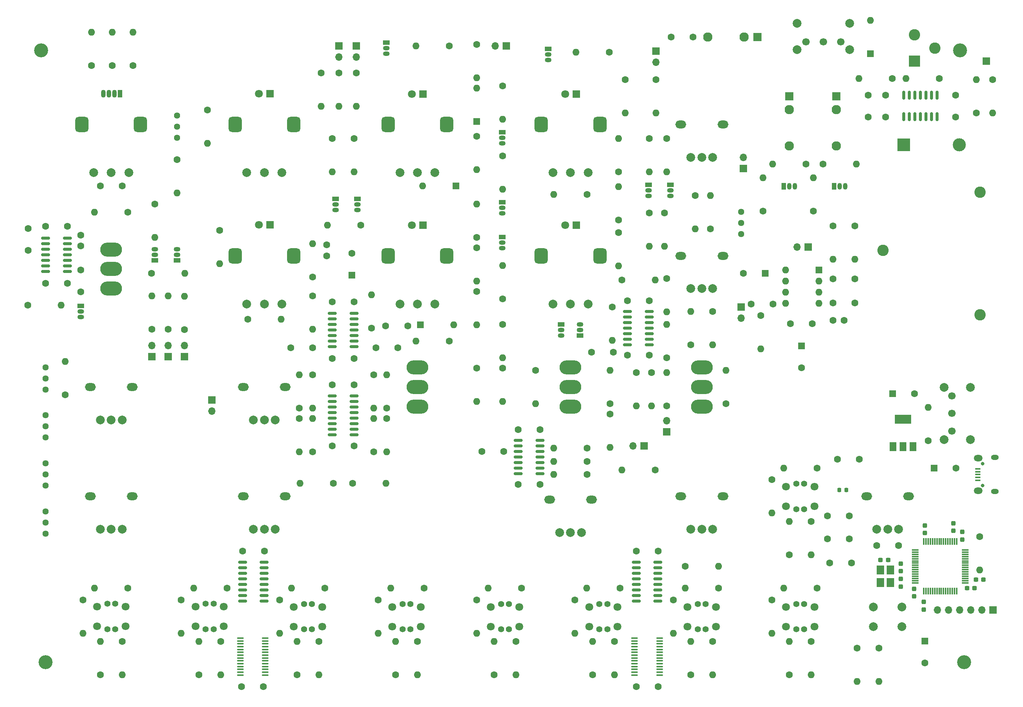
<source format=gbr>
%TF.GenerationSoftware,KiCad,Pcbnew,(6.0.7-1)-1*%
%TF.CreationDate,2022-09-14T21:26:35+02:00*%
%TF.ProjectId,LivSynth_Hardware,4c697653-796e-4746-985f-486172647761,0v01*%
%TF.SameCoordinates,Original*%
%TF.FileFunction,Soldermask,Bot*%
%TF.FilePolarity,Negative*%
%FSLAX46Y46*%
G04 Gerber Fmt 4.6, Leading zero omitted, Abs format (unit mm)*
G04 Created by KiCad (PCBNEW (6.0.7-1)-1) date 2022-09-14 21:26:35*
%MOMM*%
%LPD*%
G01*
G04 APERTURE LIST*
G04 Aperture macros list*
%AMRoundRect*
0 Rectangle with rounded corners*
0 $1 Rounding radius*
0 $2 $3 $4 $5 $6 $7 $8 $9 X,Y pos of 4 corners*
0 Add a 4 corners polygon primitive as box body*
4,1,4,$2,$3,$4,$5,$6,$7,$8,$9,$2,$3,0*
0 Add four circle primitives for the rounded corners*
1,1,$1+$1,$2,$3*
1,1,$1+$1,$4,$5*
1,1,$1+$1,$6,$7*
1,1,$1+$1,$8,$9*
0 Add four rect primitives between the rounded corners*
20,1,$1+$1,$2,$3,$4,$5,0*
20,1,$1+$1,$4,$5,$6,$7,0*
20,1,$1+$1,$6,$7,$8,$9,0*
20,1,$1+$1,$8,$9,$2,$3,0*%
G04 Aperture macros list end*
%ADD10C,1.800000*%
%ADD11C,1.400000*%
%ADD12O,5.000000X3.200000*%
%ADD13C,1.440000*%
%ADD14C,2.000000*%
%ADD15O,2.500000X1.800000*%
%ADD16RoundRect,0.750000X-0.750000X-1.000000X0.750000X-1.000000X0.750000X1.000000X-0.750000X1.000000X0*%
%ADD17R,1.830000X1.930000*%
%ADD18C,2.130000*%
%ADD19R,1.930000X1.830000*%
%ADD20C,3.200000*%
%ADD21R,1.700000X1.700000*%
%ADD22O,1.700000X1.700000*%
%ADD23RoundRect,0.237500X0.237500X-0.300000X0.237500X0.300000X-0.237500X0.300000X-0.237500X-0.300000X0*%
%ADD24C,1.600000*%
%ADD25O,1.600000X1.600000*%
%ADD26R,1.800000X1.800000*%
%ADD27RoundRect,0.150000X0.825000X0.150000X-0.825000X0.150000X-0.825000X-0.150000X0.825000X-0.150000X0*%
%ADD28R,1.050000X1.500000*%
%ADD29O,1.050000X1.500000*%
%ADD30R,1.500000X1.050000*%
%ADD31O,1.500000X1.050000*%
%ADD32C,2.600000*%
%ADD33R,3.000000X3.000000*%
%ADD34C,3.000000*%
%ADD35O,0.800000X0.800000*%
%ADD36R,1.300000X0.450000*%
%ADD37O,1.800000X1.150000*%
%ADD38O,2.000000X1.450000*%
%ADD39RoundRect,0.237500X-0.300000X-0.237500X0.300000X-0.237500X0.300000X0.237500X-0.300000X0.237500X0*%
%ADD40R,1.600000X1.600000*%
%ADD41RoundRect,0.100000X-0.637500X-0.100000X0.637500X-0.100000X0.637500X0.100000X-0.637500X0.100000X0*%
%ADD42C,1.700000*%
%ADD43RoundRect,0.237500X-0.237500X0.300000X-0.237500X-0.300000X0.237500X-0.300000X0.237500X0.300000X0*%
%ADD44R,2.600000X2.600000*%
%ADD45RoundRect,0.237500X0.300000X0.237500X-0.300000X0.237500X-0.300000X-0.237500X0.300000X-0.237500X0*%
%ADD46R,1.800000X2.100000*%
%ADD47RoundRect,0.150000X0.850000X0.150000X-0.850000X0.150000X-0.850000X-0.150000X0.850000X-0.150000X0*%
%ADD48RoundRect,0.218750X0.218750X0.256250X-0.218750X0.256250X-0.218750X-0.256250X0.218750X-0.256250X0*%
%ADD49RoundRect,0.150000X-0.150000X0.825000X-0.150000X-0.825000X0.150000X-0.825000X0.150000X0.825000X0*%
%ADD50RoundRect,0.075000X-0.700000X-0.075000X0.700000X-0.075000X0.700000X0.075000X-0.700000X0.075000X0*%
%ADD51RoundRect,0.075000X-0.075000X-0.700000X0.075000X-0.700000X0.075000X0.700000X-0.075000X0.700000X0*%
%ADD52R,1.070000X1.800000*%
%ADD53O,1.070000X1.800000*%
%ADD54R,1.500000X2.000000*%
%ADD55R,3.800000X2.000000*%
G04 APERTURE END LIST*
D10*
%TO.C,RGB_Pot5*%
X191750000Y-205250000D03*
X198250000Y-205250000D03*
X191750000Y-209750000D03*
X198250000Y-209750000D03*
D11*
X194100000Y-204600000D03*
X195900000Y-204600000D03*
X195900000Y-210400000D03*
X194100000Y-210400000D03*
%TD*%
D12*
%TO.C,SW2*%
X175000000Y-159450000D03*
X175000000Y-155000000D03*
X175000000Y-150550000D03*
%TD*%
D10*
%TO.C,RGB_Pot4*%
X169250000Y-205250000D03*
X175750000Y-205250000D03*
X169250000Y-209750000D03*
X175750000Y-209750000D03*
D11*
X171600000Y-204600000D03*
X173400000Y-204600000D03*
X173400000Y-210400000D03*
X171600000Y-210400000D03*
%TD*%
D13*
%TO.C,RV14*%
X90000000Y-183450000D03*
X90000000Y-185990000D03*
X90000000Y-188530000D03*
%TD*%
D10*
%TO.C,RGB_Pot2*%
X124250000Y-205178932D03*
X130750000Y-205178932D03*
X124250000Y-209678932D03*
X130750000Y-209678932D03*
D11*
X126600000Y-204528932D03*
X128400000Y-204528932D03*
X128400000Y-210328932D03*
X126600000Y-210328932D03*
%TD*%
D14*
%TO.C,SW7*%
X279250000Y-205250000D03*
X285750000Y-205250000D03*
X279250000Y-209750000D03*
X285750000Y-209750000D03*
%TD*%
D13*
%TO.C,RV13*%
X90000000Y-172450000D03*
X90000000Y-174990000D03*
X90000000Y-177530000D03*
%TD*%
D14*
%TO.C,RV6*%
X237500000Y-187500000D03*
X240000000Y-187500000D03*
X242500000Y-187500000D03*
D15*
X235200000Y-180000000D03*
X244800000Y-180000000D03*
%TD*%
D14*
%TO.C,RV8*%
X137500000Y-187500000D03*
X140000000Y-187500000D03*
X142500000Y-187500000D03*
D15*
X135200000Y-180000000D03*
X144800000Y-180000000D03*
%TD*%
D14*
%TO.C,RV7*%
X102500000Y-162500000D03*
X105000000Y-162500000D03*
X107500000Y-162500000D03*
D15*
X100200000Y-155000000D03*
X109800000Y-155000000D03*
%TD*%
D13*
%TO.C,RV12*%
X90000000Y-161450000D03*
X90000000Y-163990000D03*
X90000000Y-166530000D03*
%TD*%
D14*
%TO.C,RV5*%
X206000000Y-106000000D03*
X210000000Y-106000000D03*
X214000000Y-106000000D03*
D16*
X203300000Y-95000000D03*
X216700000Y-95000000D03*
%TD*%
D14*
%TO.C,RV22*%
X137500000Y-162500000D03*
X140000000Y-162500000D03*
X142500000Y-162500000D03*
D15*
X135200000Y-155000000D03*
X144800000Y-155000000D03*
%TD*%
D14*
%TO.C,RV19*%
X237500000Y-102500000D03*
X240000000Y-102500000D03*
X242500000Y-102500000D03*
D15*
X235200000Y-95000000D03*
X244800000Y-95000000D03*
%TD*%
D14*
%TO.C,RV3*%
X171000000Y-106000000D03*
X175000000Y-106000000D03*
X179000000Y-106000000D03*
D16*
X168300000Y-95000000D03*
X181700000Y-95000000D03*
%TD*%
D12*
%TO.C,SW3*%
X240000000Y-159450000D03*
X240000000Y-155000000D03*
X240000000Y-150550000D03*
%TD*%
D14*
%TO.C,RV18*%
X237500000Y-132500000D03*
X240000000Y-132500000D03*
X242500000Y-132500000D03*
D15*
X235200000Y-125000000D03*
X244800000Y-125000000D03*
%TD*%
D12*
%TO.C,SW5*%
X210000000Y-150550000D03*
X210000000Y-155000000D03*
X210000000Y-159450000D03*
%TD*%
D13*
%TO.C,RV17*%
X249000000Y-114950000D03*
X249000000Y-117490000D03*
X249000000Y-120030000D03*
%TD*%
D14*
%TO.C,RV9*%
X102500000Y-187500000D03*
X105000000Y-187500000D03*
X107500000Y-187500000D03*
D15*
X100200000Y-180000000D03*
X109800000Y-180000000D03*
%TD*%
D14*
%TO.C,RV21*%
X280000000Y-187500000D03*
X282500000Y-187500000D03*
X285000000Y-187500000D03*
D15*
X277700000Y-180000000D03*
X287300000Y-180000000D03*
%TD*%
D14*
%TO.C,RV16*%
X136000000Y-136000000D03*
X140000000Y-136000000D03*
X144000000Y-136000000D03*
D16*
X133300000Y-125000000D03*
X146700000Y-125000000D03*
%TD*%
D14*
%TO.C,RV2*%
X171000000Y-136000000D03*
X175000000Y-136000000D03*
X179000000Y-136000000D03*
D16*
X168300000Y-125000000D03*
X181700000Y-125000000D03*
%TD*%
D14*
%TO.C,RV20*%
X101000000Y-106000000D03*
X105000000Y-106000000D03*
X109000000Y-106000000D03*
D16*
X98300000Y-95000000D03*
X111700000Y-95000000D03*
%TD*%
D17*
%TO.C,J14*%
X252729540Y-75000000D03*
D18*
X249629540Y-75000000D03*
X241329540Y-75000000D03*
%TD*%
D10*
%TO.C,RGB_Pot7*%
X236750000Y-205250000D03*
X243250000Y-205250000D03*
X236750000Y-209750000D03*
X243250000Y-209750000D03*
D11*
X239100000Y-204600000D03*
X240900000Y-204600000D03*
X240900000Y-210400000D03*
X239100000Y-210400000D03*
%TD*%
D19*
%TO.C,J18*%
X260000000Y-88520460D03*
D18*
X260000000Y-91620460D03*
X260000000Y-99920460D03*
%TD*%
D20*
%TO.C,H2*%
X299000000Y-78015000D03*
%TD*%
D19*
%TO.C,J19*%
X270750000Y-88520460D03*
D18*
X270750000Y-91620460D03*
X270750000Y-99920460D03*
%TD*%
D10*
%TO.C,RGB_Pot9*%
X259250000Y-177750000D03*
X265750000Y-177750000D03*
X259250000Y-182250000D03*
X265750000Y-182250000D03*
D11*
X261600000Y-177100000D03*
X263400000Y-177100000D03*
X263400000Y-182900000D03*
X261600000Y-182900000D03*
%TD*%
D14*
%TO.C,RV15*%
X136000000Y-106000000D03*
X140000000Y-106000000D03*
X144000000Y-106000000D03*
D16*
X133300000Y-95000000D03*
X146700000Y-95000000D03*
%TD*%
D13*
%TO.C,RV10*%
X120000000Y-92935000D03*
X120000000Y-95475000D03*
X120000000Y-98015000D03*
%TD*%
D14*
%TO.C,RV1*%
X207500000Y-188250000D03*
X210000000Y-188250000D03*
X212500000Y-188250000D03*
D15*
X205200000Y-180750000D03*
X214800000Y-180750000D03*
%TD*%
D20*
%TO.C,H1*%
X89000000Y-78015000D03*
%TD*%
D10*
%TO.C,RGB_Pot8*%
X259250000Y-205250000D03*
X265750000Y-205250000D03*
X259250000Y-209750000D03*
X265750000Y-209750000D03*
D11*
X261600000Y-204600000D03*
X263400000Y-204600000D03*
X263400000Y-210400000D03*
X261600000Y-210400000D03*
%TD*%
D14*
%TO.C,RV4*%
X206000000Y-136000000D03*
X210000000Y-136000000D03*
X214000000Y-136000000D03*
D16*
X203300000Y-125000000D03*
X216700000Y-125000000D03*
%TD*%
D21*
%TO.C,J15*%
X249000000Y-136725000D03*
D22*
X249000000Y-139265000D03*
%TD*%
D10*
%TO.C,RGB_Pot3*%
X146750000Y-205250000D03*
X153250000Y-205250000D03*
X146750000Y-209750000D03*
X153250000Y-209750000D03*
D11*
X149100000Y-204600000D03*
X150900000Y-204600000D03*
X150900000Y-210400000D03*
X149100000Y-210400000D03*
%TD*%
D10*
%TO.C,RGB_Pot1*%
X101750000Y-205178932D03*
X108250000Y-205178932D03*
X101750000Y-209678932D03*
X108250000Y-209678932D03*
D11*
X104100000Y-204528932D03*
X105900000Y-204528932D03*
X105900000Y-210328932D03*
X104100000Y-210328932D03*
%TD*%
D13*
%TO.C,RV11*%
X90000000Y-150470000D03*
X90000000Y-153010000D03*
X90000000Y-155550000D03*
%TD*%
D20*
%TO.C,H4*%
X300000000Y-217928932D03*
%TD*%
D12*
%TO.C,SW6*%
X105000000Y-132465000D03*
X105000000Y-128015000D03*
X105000000Y-123565000D03*
%TD*%
D20*
%TO.C,H3*%
X90000000Y-217928932D03*
%TD*%
D10*
%TO.C,RGB_Pot6*%
X214250000Y-205250000D03*
X220750000Y-205250000D03*
X214250000Y-209750000D03*
X220750000Y-209750000D03*
D11*
X216600000Y-204600000D03*
X218400000Y-204600000D03*
X218400000Y-210400000D03*
X216600000Y-210400000D03*
%TD*%
D23*
%TO.C,C23*%
X291000000Y-188362500D03*
X291000000Y-186637500D03*
%TD*%
D24*
%TO.C,R68*%
X225000000Y-151690000D03*
D25*
X225000000Y-159310000D03*
%TD*%
D26*
%TO.C,D8*%
X141275000Y-117950000D03*
D10*
X138735000Y-117950000D03*
%TD*%
D24*
%TO.C,R53*%
X165000000Y-169810000D03*
D25*
X165000000Y-162190000D03*
%TD*%
D24*
%TO.C,C55*%
X285000000Y-191200000D03*
X280000000Y-191200000D03*
%TD*%
%TO.C,R44*%
X148000000Y-162190000D03*
D25*
X148000000Y-169810000D03*
%TD*%
D21*
%TO.C,J17*%
X264275000Y-123000000D03*
D22*
X261735000Y-123000000D03*
%TD*%
D24*
%TO.C,R6*%
X213810000Y-175000000D03*
D25*
X206190000Y-175000000D03*
%TD*%
D24*
%TO.C,C1*%
X282000000Y-88250000D03*
X282000000Y-93250000D03*
%TD*%
%TO.C,R30*%
X221000000Y-116810000D03*
D25*
X221000000Y-109190000D03*
%TD*%
D24*
%TO.C,R87*%
X143500000Y-203690000D03*
D25*
X143500000Y-211310000D03*
%TD*%
D24*
%TO.C,R71*%
X231500000Y-115190000D03*
D25*
X231500000Y-122810000D03*
%TD*%
D24*
%TO.C,R89*%
X102500000Y-220810000D03*
D25*
X102500000Y-213190000D03*
%TD*%
D24*
%TO.C,R83*%
X275000000Y-118190000D03*
D25*
X275000000Y-125810000D03*
%TD*%
D24*
%TO.C,R64*%
X232000000Y-98190000D03*
D25*
X232000000Y-105810000D03*
%TD*%
D24*
%TO.C,C43*%
X225000000Y-223500000D03*
X230000000Y-223500000D03*
%TD*%
D27*
%TO.C,U4*%
X94975000Y-120940000D03*
X94975000Y-122210000D03*
X94975000Y-123480000D03*
X94975000Y-124750000D03*
X94975000Y-126020000D03*
X94975000Y-127290000D03*
X94975000Y-128560000D03*
X90025000Y-128560000D03*
X90025000Y-127290000D03*
X90025000Y-126020000D03*
X90025000Y-124750000D03*
X90025000Y-123480000D03*
X90025000Y-122210000D03*
X90025000Y-120940000D03*
%TD*%
D24*
%TO.C,C12*%
X160500000Y-168500000D03*
X155500000Y-168500000D03*
%TD*%
%TO.C,R91*%
X147500000Y-220810000D03*
D25*
X147500000Y-213190000D03*
%TD*%
D28*
%TO.C,Q16*%
X270230000Y-109140000D03*
D29*
X271500000Y-109140000D03*
X272770000Y-109140000D03*
%TD*%
D24*
%TO.C,R70*%
X229500000Y-84690000D03*
D25*
X229500000Y-92310000D03*
%TD*%
D24*
%TO.C,C49*%
X275000000Y-130250000D03*
X270000000Y-130250000D03*
%TD*%
%TO.C,R97*%
X131500000Y-201000000D03*
D25*
X123880000Y-201000000D03*
%TD*%
D24*
%TO.C,R129*%
X100500000Y-81500000D03*
D25*
X100500000Y-73880000D03*
%TD*%
D24*
%TO.C,R26*%
X219000000Y-161190000D03*
D25*
X219000000Y-168810000D03*
%TD*%
D24*
%TO.C,R124*%
X254000000Y-114810000D03*
D25*
X254000000Y-107190000D03*
%TD*%
D24*
%TO.C,R117*%
X198810000Y-201000000D03*
D25*
X191190000Y-201000000D03*
%TD*%
D24*
%TO.C,R114*%
X265000000Y-185690000D03*
D25*
X265000000Y-193310000D03*
%TD*%
D30*
%TO.C,Q9*%
X115000000Y-126000000D03*
D31*
X115000000Y-124730000D03*
X115000000Y-123460000D03*
%TD*%
D24*
%TO.C,R74*%
X228000000Y-115190000D03*
D25*
X228000000Y-122810000D03*
%TD*%
D24*
%TO.C,R113*%
X266310000Y-201000000D03*
D25*
X258690000Y-201000000D03*
%TD*%
D24*
%TO.C,R3*%
X302750000Y-92310000D03*
D25*
X302750000Y-84690000D03*
%TD*%
D32*
%TO.C,BT1*%
X303600000Y-138500000D03*
X281400000Y-123750000D03*
X303600000Y-110500000D03*
D33*
X286150000Y-99600000D03*
D34*
X298850000Y-99600000D03*
%TD*%
D24*
%TO.C,R62*%
X129750000Y-119190000D03*
D25*
X129750000Y-126810000D03*
%TD*%
D30*
%TO.C,Q13*%
X232860000Y-108730000D03*
D31*
X232860000Y-110000000D03*
X232860000Y-111270000D03*
%TD*%
D24*
%TO.C,R92*%
X170000000Y-220810000D03*
D25*
X170000000Y-213190000D03*
%TD*%
D24*
%TO.C,C42*%
X139750000Y-223500000D03*
X134750000Y-223500000D03*
%TD*%
%TO.C,R79*%
X242500000Y-137690000D03*
D25*
X242500000Y-145310000D03*
%TD*%
D27*
%TO.C,U18*%
X139975000Y-195055000D03*
X139975000Y-196325000D03*
X139975000Y-197595000D03*
X139975000Y-198865000D03*
X139975000Y-200135000D03*
X139975000Y-201405000D03*
X139975000Y-202675000D03*
X139975000Y-203945000D03*
X135025000Y-203945000D03*
X135025000Y-202675000D03*
X135025000Y-201405000D03*
X135025000Y-200135000D03*
X135025000Y-198865000D03*
X135025000Y-197595000D03*
X135025000Y-196325000D03*
X135025000Y-195055000D03*
%TD*%
D24*
%TO.C,R16*%
X194500000Y-140690000D03*
D25*
X194500000Y-148310000D03*
%TD*%
D24*
%TO.C,R98*%
X152500000Y-213190000D03*
D25*
X152500000Y-220810000D03*
%TD*%
D24*
%TO.C,C8*%
X203000000Y-177250000D03*
X198000000Y-177250000D03*
%TD*%
%TO.C,R107*%
X260000000Y-220810000D03*
D25*
X260000000Y-213190000D03*
%TD*%
D24*
%TO.C,R104*%
X188500000Y-203690000D03*
D25*
X188500000Y-211310000D03*
%TD*%
D24*
%TO.C,R82*%
X270000000Y-118190000D03*
D25*
X270000000Y-125810000D03*
%TD*%
D35*
%TO.C,J3*%
X304200000Y-172500000D03*
X304200000Y-177500000D03*
D36*
X303100000Y-173700000D03*
X303100000Y-174350000D03*
X303100000Y-175000000D03*
X303100000Y-175650000D03*
X303100000Y-176300000D03*
D37*
X306950000Y-178875000D03*
X306950000Y-171125000D03*
D38*
X303150000Y-178725000D03*
X303150000Y-171275000D03*
%TD*%
D30*
%TO.C,Q10*%
X120000000Y-126000000D03*
D31*
X120000000Y-124730000D03*
X120000000Y-123460000D03*
%TD*%
D21*
%TO.C,J13*%
X249500000Y-105025000D03*
D22*
X249500000Y-102485000D03*
%TD*%
D24*
%TO.C,R110*%
X215000000Y-220810000D03*
D25*
X215000000Y-213190000D03*
%TD*%
D24*
%TO.C,R46*%
X168000000Y-162190000D03*
D25*
X168000000Y-169810000D03*
%TD*%
D39*
%TO.C,C21*%
X300637500Y-201000000D03*
X302362500Y-201000000D03*
%TD*%
D24*
%TO.C,R105*%
X211000000Y-203690000D03*
D25*
X211000000Y-211310000D03*
%TD*%
D24*
%TO.C,R122*%
X263810000Y-104000000D03*
D25*
X256190000Y-104000000D03*
%TD*%
D21*
%TO.C,J20*%
X157000000Y-77000000D03*
D22*
X157000000Y-79540000D03*
%TD*%
D40*
%TO.C,D3*%
X183810000Y-109000000D03*
D25*
X176190000Y-109000000D03*
%TD*%
D24*
%TO.C,R76*%
X245500000Y-158810000D03*
D25*
X245500000Y-151190000D03*
%TD*%
D24*
%TO.C,R65*%
X228000000Y-98190000D03*
D25*
X228000000Y-105810000D03*
%TD*%
D39*
%TO.C,C28*%
X302637500Y-199000000D03*
X304362500Y-199000000D03*
%TD*%
D40*
%TO.C,C39*%
X160000000Y-129402651D03*
D24*
X160000000Y-124402651D03*
%TD*%
%TO.C,C46*%
X233000000Y-75000000D03*
X238000000Y-75000000D03*
%TD*%
%TO.C,R75*%
X232000000Y-159310000D03*
D25*
X232000000Y-151690000D03*
%TD*%
D24*
%TO.C,R33*%
X121750000Y-141835000D03*
D25*
X121750000Y-134215000D03*
%TD*%
D30*
%TO.C,Q12*%
X161250000Y-112000000D03*
D31*
X161250000Y-113270000D03*
X161250000Y-114540000D03*
%TD*%
D21*
%TO.C,J7*%
X118000000Y-148025000D03*
D22*
X118000000Y-145485000D03*
%TD*%
D24*
%TO.C,R28*%
X219000000Y-158810000D03*
D25*
X219000000Y-151190000D03*
%TD*%
D24*
%TO.C,C2*%
X228000000Y-135250000D03*
X223000000Y-135250000D03*
%TD*%
%TO.C,R39*%
X108810000Y-115000000D03*
D25*
X101190000Y-115000000D03*
%TD*%
D24*
%TO.C,C10*%
X160500000Y-148500000D03*
X155500000Y-148500000D03*
%TD*%
%TO.C,R125*%
X265500000Y-114810000D03*
D25*
X265500000Y-107190000D03*
%TD*%
D24*
%TO.C,R18*%
X182310000Y-144500000D03*
D25*
X174690000Y-144500000D03*
%TD*%
D24*
%TO.C,R96*%
X130000000Y-213190000D03*
D25*
X130000000Y-220810000D03*
%TD*%
D21*
%TO.C,J6*%
X121750000Y-148025000D03*
D22*
X121750000Y-145485000D03*
%TD*%
D24*
%TO.C,C45*%
X225000000Y-192500000D03*
X230000000Y-192500000D03*
%TD*%
D21*
%TO.C,J2*%
X306580000Y-206000000D03*
D22*
X304040000Y-206000000D03*
X301500000Y-206000000D03*
X298960000Y-206000000D03*
X296420000Y-206000000D03*
X293880000Y-206000000D03*
%TD*%
D41*
%TO.C,U17*%
X224637500Y-220850000D03*
X224637500Y-220200000D03*
X224637500Y-219550000D03*
X224637500Y-218900000D03*
X224637500Y-218250000D03*
X224637500Y-217600000D03*
X224637500Y-216950000D03*
X224637500Y-216300000D03*
X224637500Y-215650000D03*
X224637500Y-215000000D03*
X224637500Y-214350000D03*
X224637500Y-213700000D03*
X224637500Y-213050000D03*
X224637500Y-212400000D03*
X230362500Y-212400000D03*
X230362500Y-213050000D03*
X230362500Y-213700000D03*
X230362500Y-214350000D03*
X230362500Y-215000000D03*
X230362500Y-215650000D03*
X230362500Y-216300000D03*
X230362500Y-216950000D03*
X230362500Y-217600000D03*
X230362500Y-218250000D03*
X230362500Y-218900000D03*
X230362500Y-219550000D03*
X230362500Y-220200000D03*
X230362500Y-220850000D03*
%TD*%
%TO.C,U16*%
X134500000Y-220850000D03*
X134500000Y-220200000D03*
X134500000Y-219550000D03*
X134500000Y-218900000D03*
X134500000Y-218250000D03*
X134500000Y-217600000D03*
X134500000Y-216950000D03*
X134500000Y-216300000D03*
X134500000Y-215650000D03*
X134500000Y-215000000D03*
X134500000Y-214350000D03*
X134500000Y-213700000D03*
X134500000Y-213050000D03*
X134500000Y-212400000D03*
X140225000Y-212400000D03*
X140225000Y-213050000D03*
X140225000Y-213700000D03*
X140225000Y-214350000D03*
X140225000Y-215000000D03*
X140225000Y-215650000D03*
X140225000Y-216300000D03*
X140225000Y-216950000D03*
X140225000Y-217600000D03*
X140225000Y-218250000D03*
X140225000Y-218900000D03*
X140225000Y-219550000D03*
X140225000Y-220200000D03*
X140225000Y-220850000D03*
%TD*%
D24*
%TO.C,C9*%
X95000000Y-131250000D03*
X90000000Y-131250000D03*
%TD*%
D14*
%TO.C,SW1*%
X301417500Y-167042500D03*
X301417500Y-155042500D03*
X295417500Y-167042500D03*
X295417500Y-155042500D03*
D42*
X297167500Y-157042500D03*
X297167500Y-161042500D03*
X297167500Y-165042500D03*
%TD*%
D24*
%TO.C,R56*%
X155500000Y-98190000D03*
D25*
X155500000Y-105810000D03*
%TD*%
D40*
%TO.C,C14*%
X283597349Y-156500000D03*
D24*
X288597349Y-156500000D03*
%TD*%
D27*
%TO.C,U2*%
X227975000Y-137690000D03*
X227975000Y-138960000D03*
X227975000Y-140230000D03*
X227975000Y-141500000D03*
X227975000Y-142770000D03*
X227975000Y-144040000D03*
X227975000Y-145310000D03*
X223025000Y-145310000D03*
X223025000Y-144040000D03*
X223025000Y-142770000D03*
X223025000Y-141500000D03*
X223025000Y-140230000D03*
X223025000Y-138960000D03*
X223025000Y-137690000D03*
%TD*%
D24*
%TO.C,R99*%
X153810000Y-201000000D03*
D25*
X146190000Y-201000000D03*
%TD*%
D27*
%TO.C,U19*%
X229975000Y-195055000D03*
X229975000Y-196325000D03*
X229975000Y-197595000D03*
X229975000Y-198865000D03*
X229975000Y-200135000D03*
X229975000Y-201405000D03*
X229975000Y-202675000D03*
X229975000Y-203945000D03*
X225025000Y-203945000D03*
X225025000Y-202675000D03*
X225025000Y-201405000D03*
X225025000Y-200135000D03*
X225025000Y-198865000D03*
X225025000Y-197595000D03*
X225025000Y-196325000D03*
X225025000Y-195055000D03*
%TD*%
D43*
%TO.C,C29*%
X285450000Y-198887500D03*
X285450000Y-200612500D03*
%TD*%
D30*
%TO.C,Q3*%
X194360000Y-120730000D03*
D31*
X194360000Y-122000000D03*
X194360000Y-123270000D03*
%TD*%
D40*
%TO.C,C50*%
X262750000Y-145597349D03*
D24*
X262750000Y-150597349D03*
%TD*%
%TO.C,R108*%
X260000000Y-193310000D03*
D25*
X260000000Y-185690000D03*
%TD*%
D44*
%TO.C,J1*%
X288600000Y-80515000D03*
D32*
X288600000Y-74515000D03*
X293300000Y-77515000D03*
%TD*%
D24*
%TO.C,R25*%
X202000000Y-151190000D03*
D25*
X202000000Y-158810000D03*
%TD*%
D45*
%TO.C,C26*%
X282562500Y-194500000D03*
X280837500Y-194500000D03*
%TD*%
D24*
%TO.C,C34*%
X86000000Y-123750000D03*
X86000000Y-118750000D03*
%TD*%
%TO.C,R31*%
X213810000Y-111000000D03*
D25*
X206190000Y-111000000D03*
%TD*%
D24*
%TO.C,R60*%
X127000000Y-91690000D03*
D25*
X127000000Y-99310000D03*
%TD*%
D24*
%TO.C,R14*%
X194500000Y-134810000D03*
D25*
X194500000Y-127190000D03*
%TD*%
D30*
%TO.C,Q2*%
X194360000Y-112730000D03*
D31*
X194360000Y-114000000D03*
X194360000Y-115270000D03*
%TD*%
D30*
%TO.C,Q14*%
X227860000Y-108730000D03*
D31*
X227860000Y-110000000D03*
X227860000Y-111270000D03*
%TD*%
D24*
%TO.C,C19*%
X274250000Y-195250000D03*
X269250000Y-195250000D03*
%TD*%
%TO.C,R126*%
X157000000Y-83190000D03*
D25*
X157000000Y-90810000D03*
%TD*%
D24*
%TO.C,R29*%
X221690000Y-130500000D03*
D25*
X229310000Y-130500000D03*
%TD*%
D24*
%TO.C,R61*%
X136190000Y-139500000D03*
D25*
X143810000Y-139500000D03*
%TD*%
D46*
%TO.C,Y1*%
X280800000Y-199700000D03*
X280800000Y-196800000D03*
X283100000Y-196800000D03*
X283100000Y-199700000D03*
%TD*%
D24*
%TO.C,C51*%
X256250000Y-136000000D03*
X251250000Y-136000000D03*
%TD*%
D27*
%TO.C,U3*%
X202975000Y-167190000D03*
X202975000Y-168460000D03*
X202975000Y-169730000D03*
X202975000Y-171000000D03*
X202975000Y-172270000D03*
X202975000Y-173540000D03*
X202975000Y-174810000D03*
X198025000Y-174810000D03*
X198025000Y-173540000D03*
X198025000Y-172270000D03*
X198025000Y-171000000D03*
X198025000Y-169730000D03*
X198025000Y-168460000D03*
X198025000Y-167190000D03*
%TD*%
D47*
%TO.C,U6*%
X160500000Y-157055000D03*
X160500000Y-158325000D03*
X160500000Y-159595000D03*
X160500000Y-160865000D03*
X160500000Y-162135000D03*
X160500000Y-163405000D03*
X160500000Y-164675000D03*
X160500000Y-165945000D03*
X155500000Y-165945000D03*
X155500000Y-164675000D03*
X155500000Y-163405000D03*
X155500000Y-162135000D03*
X155500000Y-160865000D03*
X155500000Y-159595000D03*
X155500000Y-158325000D03*
X155500000Y-157055000D03*
%TD*%
D26*
%TO.C,D7*%
X141275000Y-87950000D03*
D10*
X138735000Y-87950000D03*
%TD*%
D30*
%TO.C,Q11*%
X156250000Y-112000000D03*
D31*
X156250000Y-113270000D03*
X156250000Y-114540000D03*
%TD*%
D24*
%TO.C,R4*%
X294310000Y-84500000D03*
D25*
X286690000Y-84500000D03*
%TD*%
D24*
%TO.C,R32*%
X221000000Y-119690000D03*
D25*
X221000000Y-127310000D03*
%TD*%
D24*
%TO.C,C53*%
X275000000Y-135750000D03*
X270000000Y-135750000D03*
%TD*%
D23*
%TO.C,C30*%
X285450000Y-197112500D03*
X285450000Y-195387500D03*
%TD*%
D24*
%TO.C,C31*%
X194750000Y-169750000D03*
X189750000Y-169750000D03*
%TD*%
D40*
%TO.C,C20*%
X291000000Y-213097349D03*
D24*
X291000000Y-218097349D03*
%TD*%
%TO.C,R54*%
X160190000Y-177000000D03*
D25*
X167810000Y-177000000D03*
%TD*%
D30*
%TO.C,Q4*%
X194360000Y-96730000D03*
D31*
X194360000Y-98000000D03*
X194360000Y-99270000D03*
%TD*%
D24*
%TO.C,R63*%
X232000000Y-148310000D03*
D25*
X232000000Y-140690000D03*
%TD*%
D21*
%TO.C,J9*%
X128000000Y-158000000D03*
D22*
X128000000Y-160540000D03*
%TD*%
D24*
%TO.C,R34*%
X115000000Y-113190000D03*
D25*
X115000000Y-120810000D03*
%TD*%
D24*
%TO.C,R10*%
X182310000Y-77000000D03*
D25*
X174690000Y-77000000D03*
%TD*%
D24*
%TO.C,R12*%
X194500000Y-86190000D03*
D25*
X194500000Y-93810000D03*
%TD*%
D24*
%TO.C,C40*%
X151000000Y-146000000D03*
X146000000Y-146000000D03*
%TD*%
%TO.C,C47*%
X260250000Y-140500000D03*
X265250000Y-140500000D03*
%TD*%
%TO.C,R123*%
X267690000Y-104000000D03*
D25*
X275310000Y-104000000D03*
%TD*%
D24*
%TO.C,R15*%
X194500000Y-102190000D03*
D25*
X194500000Y-109810000D03*
%TD*%
D24*
%TO.C,R109*%
X192500000Y-220810000D03*
D25*
X192500000Y-213190000D03*
%TD*%
D24*
%TO.C,R101*%
X176500000Y-201000000D03*
D25*
X168880000Y-201000000D03*
%TD*%
D26*
%TO.C,D9*%
X211275000Y-118000000D03*
D10*
X208735000Y-118000000D03*
%TD*%
D24*
%TO.C,C44*%
X135000000Y-192500000D03*
X140000000Y-192500000D03*
%TD*%
D26*
%TO.C,D2*%
X176275000Y-118000000D03*
D10*
X173735000Y-118000000D03*
%TD*%
D24*
%TO.C,R19*%
X188500000Y-97690000D03*
D25*
X188500000Y-105310000D03*
%TD*%
D24*
%TO.C,R77*%
X237500000Y-145310000D03*
D25*
X237500000Y-137690000D03*
%TD*%
D24*
%TO.C,C36*%
X98000000Y-122750000D03*
X98000000Y-120250000D03*
%TD*%
%TO.C,C17*%
X273750000Y-184500000D03*
X268750000Y-184500000D03*
%TD*%
%TO.C,R51*%
X151000000Y-169810000D03*
D25*
X151000000Y-162190000D03*
%TD*%
D21*
%TO.C,J5*%
X195275000Y-77000000D03*
D22*
X192735000Y-77000000D03*
%TD*%
D24*
%TO.C,R5*%
X303500000Y-189190000D03*
D25*
X303500000Y-196810000D03*
%TD*%
D24*
%TO.C,R49*%
X151000000Y-152190000D03*
D25*
X151000000Y-159810000D03*
%TD*%
D24*
%TO.C,R90*%
X125000000Y-220810000D03*
D25*
X125000000Y-213190000D03*
%TD*%
D23*
%TO.C,C27*%
X297500000Y-187862500D03*
X297500000Y-186137500D03*
%TD*%
D24*
%TO.C,TH1*%
X114190000Y-129000000D03*
D25*
X121810000Y-129000000D03*
%TD*%
D24*
%TO.C,R80*%
X280500000Y-214690000D03*
D25*
X280500000Y-222310000D03*
%TD*%
D24*
%TO.C,R103*%
X256000000Y-176190000D03*
D25*
X256000000Y-183810000D03*
%TD*%
D24*
%TO.C,R20*%
X188500000Y-123190000D03*
D25*
X188500000Y-130810000D03*
%TD*%
D24*
%TO.C,R94*%
X107500000Y-213190000D03*
D25*
X107500000Y-220810000D03*
%TD*%
D24*
%TO.C,C35*%
X98000000Y-133250000D03*
X98000000Y-128250000D03*
%TD*%
%TO.C,C11*%
X155500000Y-154500000D03*
X160500000Y-154500000D03*
%TD*%
%TO.C,C41*%
X170500000Y-146000000D03*
X165500000Y-146000000D03*
%TD*%
D23*
%TO.C,C25*%
X299500000Y-189862500D03*
X299500000Y-188137500D03*
%TD*%
D21*
%TO.C,J12*%
X232000000Y-165275000D03*
D22*
X232000000Y-162735000D03*
%TD*%
D24*
%TO.C,R106*%
X233500000Y-203690000D03*
D25*
X233500000Y-211310000D03*
%TD*%
D24*
%TO.C,R57*%
X164500000Y-141560000D03*
D25*
X164500000Y-133940000D03*
%TD*%
D26*
%TO.C,D10*%
X176275000Y-88000000D03*
D10*
X173735000Y-88000000D03*
%TD*%
D24*
%TO.C,R24*%
X218810000Y-78500000D03*
D25*
X211190000Y-78500000D03*
%TD*%
D24*
%TO.C,R17*%
X188500000Y-76690000D03*
D25*
X188500000Y-84310000D03*
%TD*%
D24*
%TO.C,R23*%
X194500000Y-150690000D03*
D25*
X194500000Y-158310000D03*
%TD*%
D24*
%TO.C,C13*%
X298000000Y-93250000D03*
X298000000Y-88250000D03*
%TD*%
%TO.C,R67*%
X242000000Y-118810000D03*
D25*
X242000000Y-111190000D03*
%TD*%
D40*
%TO.C,C48*%
X254500000Y-129000000D03*
D24*
X249500000Y-129000000D03*
%TD*%
%TO.C,R127*%
X110000000Y-81500000D03*
D25*
X110000000Y-73880000D03*
%TD*%
D24*
%TO.C,R8*%
X213810000Y-169000000D03*
D25*
X206190000Y-169000000D03*
%TD*%
D24*
%TO.C,R38*%
X120000000Y-103000000D03*
D25*
X120000000Y-110620000D03*
%TD*%
D21*
%TO.C,TP1*%
X305000000Y-80500000D03*
%TD*%
D48*
%TO.C,FB1*%
X273037500Y-178500000D03*
X271462500Y-178500000D03*
%TD*%
D24*
%TO.C,R47*%
X161000000Y-83190000D03*
D25*
X161000000Y-90810000D03*
%TD*%
D24*
%TO.C,R84*%
X253500000Y-138690000D03*
D25*
X253500000Y-146310000D03*
%TD*%
D24*
%TO.C,R1*%
X306500000Y-84690000D03*
D25*
X306500000Y-92310000D03*
%TD*%
D28*
%TO.C,Q15*%
X258730000Y-109140000D03*
D29*
X260000000Y-109140000D03*
X261270000Y-109140000D03*
%TD*%
D24*
%TO.C,C18*%
X273750000Y-189750000D03*
X268750000Y-189750000D03*
%TD*%
D43*
%TO.C,C22*%
X290750000Y-204137500D03*
X290750000Y-205862500D03*
%TD*%
D49*
%TO.C,U1*%
X286190000Y-88275000D03*
X287460000Y-88275000D03*
X288730000Y-88275000D03*
X290000000Y-88275000D03*
X291270000Y-88275000D03*
X292540000Y-88275000D03*
X293810000Y-88275000D03*
X293810000Y-93225000D03*
X292540000Y-93225000D03*
X291270000Y-93225000D03*
X290000000Y-93225000D03*
X288730000Y-93225000D03*
X287460000Y-93225000D03*
X286190000Y-93225000D03*
%TD*%
D24*
%TO.C,C33*%
X214750000Y-147000000D03*
X219750000Y-147000000D03*
%TD*%
%TO.C,R43*%
X148000000Y-159810000D03*
D25*
X148000000Y-152190000D03*
%TD*%
D24*
%TO.C,C16*%
X271000000Y-171500000D03*
X276000000Y-171500000D03*
%TD*%
D40*
%TO.C,D1*%
X278500000Y-78810000D03*
D25*
X278500000Y-71190000D03*
%TD*%
D24*
%TO.C,R9*%
X229310000Y-174000000D03*
D25*
X221690000Y-174000000D03*
%TD*%
D24*
%TO.C,R116*%
X197500000Y-213190000D03*
D25*
X197500000Y-220810000D03*
%TD*%
D24*
%TO.C,R115*%
X266310000Y-173500000D03*
D25*
X258690000Y-173500000D03*
%TD*%
D40*
%TO.C,D4*%
X188500000Y-94310000D03*
D25*
X188500000Y-86690000D03*
%TD*%
D24*
%TO.C,C3*%
X203000000Y-164750000D03*
X198000000Y-164750000D03*
%TD*%
%TO.C,R48*%
X162060000Y-118000000D03*
D25*
X154440000Y-118000000D03*
%TD*%
D24*
%TO.C,R73*%
X238500000Y-111190000D03*
D25*
X238500000Y-118810000D03*
%TD*%
D30*
%TO.C,Q7*%
X212140000Y-143270000D03*
D31*
X212140000Y-142000000D03*
X212140000Y-140730000D03*
%TD*%
D24*
%TO.C,R55*%
X153000000Y-83190000D03*
D25*
X153000000Y-90810000D03*
%TD*%
D24*
%TO.C,C54*%
X102500000Y-109000000D03*
X107500000Y-109000000D03*
%TD*%
%TO.C,R95*%
X108810000Y-201000000D03*
D25*
X101190000Y-201000000D03*
%TD*%
D24*
%TO.C,R130*%
X291750000Y-167250000D03*
D25*
X291750000Y-159630000D03*
%TD*%
D24*
%TO.C,R121*%
X243810000Y-201000000D03*
D25*
X236190000Y-201000000D03*
%TD*%
D24*
%TO.C,R36*%
X85940000Y-136250000D03*
D25*
X93560000Y-136250000D03*
%TD*%
D24*
%TO.C,R7*%
X213810000Y-172000000D03*
D25*
X206190000Y-172000000D03*
%TD*%
D24*
%TO.C,R58*%
X151000000Y-134190000D03*
D25*
X151000000Y-141810000D03*
%TD*%
D24*
%TO.C,R93*%
X236190000Y-196000000D03*
D25*
X243810000Y-196000000D03*
%TD*%
D24*
%TO.C,R13*%
X188500000Y-120810000D03*
D25*
X188500000Y-113190000D03*
%TD*%
D24*
%TO.C,R81*%
X275500000Y-214690000D03*
D25*
X275500000Y-222310000D03*
%TD*%
D24*
%TO.C,R72*%
X221000000Y-105810000D03*
D25*
X221000000Y-98190000D03*
%TD*%
D24*
%TO.C,R11*%
X160500000Y-98190000D03*
D25*
X160500000Y-105810000D03*
%TD*%
D24*
%TO.C,R69*%
X219500000Y-136690000D03*
D25*
X219500000Y-144310000D03*
%TD*%
D21*
%TO.C,J4*%
X226775000Y-168500000D03*
D22*
X224235000Y-168500000D03*
%TD*%
D24*
%TO.C,C38*%
X154250000Y-125000000D03*
X154250000Y-122500000D03*
%TD*%
D21*
%TO.C,J8*%
X114250000Y-148025000D03*
D22*
X114250000Y-145485000D03*
%TD*%
D24*
%TO.C,R45*%
X168000000Y-159810000D03*
D25*
X168000000Y-152190000D03*
%TD*%
D24*
%TO.C,R78*%
X232000000Y-130190000D03*
D25*
X232000000Y-137810000D03*
%TD*%
D24*
%TO.C,R118*%
X220000000Y-213190000D03*
D25*
X220000000Y-220810000D03*
%TD*%
D24*
%TO.C,R111*%
X237500000Y-220810000D03*
D25*
X237500000Y-213190000D03*
%TD*%
D24*
%TO.C,R85*%
X98500000Y-203690000D03*
D25*
X98500000Y-211310000D03*
%TD*%
D24*
%TO.C,R102*%
X256000000Y-203690000D03*
D25*
X256000000Y-211310000D03*
%TD*%
D24*
%TO.C,R128*%
X105250000Y-81500000D03*
D25*
X105250000Y-73880000D03*
%TD*%
D24*
%TO.C,C4*%
X95000000Y-118250000D03*
X90000000Y-118250000D03*
%TD*%
%TO.C,C5*%
X160500000Y-135500000D03*
X155500000Y-135500000D03*
%TD*%
%TO.C,C7*%
X228000000Y-147750000D03*
X223000000Y-147750000D03*
%TD*%
D30*
%TO.C,Q6*%
X204860000Y-77730000D03*
D31*
X204860000Y-79000000D03*
X204860000Y-80270000D03*
%TD*%
D14*
%TO.C,SW4*%
X273792500Y-71832500D03*
X273792500Y-77832500D03*
X261792500Y-77832500D03*
X261792500Y-71832500D03*
D42*
X263792500Y-76082500D03*
X267792500Y-76082500D03*
X271792500Y-76082500D03*
%TD*%
D24*
%TO.C,R2*%
X283560000Y-84500000D03*
D25*
X275940000Y-84500000D03*
%TD*%
D40*
%TO.C,D5*%
X175690000Y-140750000D03*
D25*
X183310000Y-140750000D03*
%TD*%
D27*
%TO.C,U5*%
X160475000Y-138190000D03*
X160475000Y-139460000D03*
X160475000Y-140730000D03*
X160475000Y-142000000D03*
X160475000Y-143270000D03*
X160475000Y-144540000D03*
X160475000Y-145810000D03*
X155525000Y-145810000D03*
X155525000Y-144540000D03*
X155525000Y-143270000D03*
X155525000Y-142000000D03*
X155525000Y-140730000D03*
X155525000Y-139460000D03*
X155525000Y-138190000D03*
%TD*%
D40*
%TO.C,C15*%
X293097349Y-173500000D03*
D24*
X298097349Y-173500000D03*
%TD*%
%TO.C,C52*%
X272500000Y-139750000D03*
X270000000Y-139750000D03*
%TD*%
%TO.C,C6*%
X278000000Y-93250000D03*
X278000000Y-88250000D03*
%TD*%
D30*
%TO.C,Q1*%
X167860000Y-76230000D03*
D31*
X167860000Y-77500000D03*
X167860000Y-78770000D03*
%TD*%
D50*
%TO.C,U9*%
X288825000Y-199750000D03*
X288825000Y-199250000D03*
X288825000Y-198750000D03*
X288825000Y-198250000D03*
X288825000Y-197750000D03*
X288825000Y-197250000D03*
X288825000Y-196750000D03*
X288825000Y-196250000D03*
X288825000Y-195750000D03*
X288825000Y-195250000D03*
X288825000Y-194750000D03*
X288825000Y-194250000D03*
X288825000Y-193750000D03*
X288825000Y-193250000D03*
X288825000Y-192750000D03*
X288825000Y-192250000D03*
D51*
X290750000Y-190325000D03*
X291250000Y-190325000D03*
X291750000Y-190325000D03*
X292250000Y-190325000D03*
X292750000Y-190325000D03*
X293250000Y-190325000D03*
X293750000Y-190325000D03*
X294250000Y-190325000D03*
X294750000Y-190325000D03*
X295250000Y-190325000D03*
X295750000Y-190325000D03*
X296250000Y-190325000D03*
X296750000Y-190325000D03*
X297250000Y-190325000D03*
X297750000Y-190325000D03*
X298250000Y-190325000D03*
D50*
X300175000Y-192250000D03*
X300175000Y-192750000D03*
X300175000Y-193250000D03*
X300175000Y-193750000D03*
X300175000Y-194250000D03*
X300175000Y-194750000D03*
X300175000Y-195250000D03*
X300175000Y-195750000D03*
X300175000Y-196250000D03*
X300175000Y-196750000D03*
X300175000Y-197250000D03*
X300175000Y-197750000D03*
X300175000Y-198250000D03*
X300175000Y-198750000D03*
X300175000Y-199250000D03*
X300175000Y-199750000D03*
D51*
X298250000Y-201675000D03*
X297750000Y-201675000D03*
X297250000Y-201675000D03*
X296750000Y-201675000D03*
X296250000Y-201675000D03*
X295750000Y-201675000D03*
X295250000Y-201675000D03*
X294750000Y-201675000D03*
X294250000Y-201675000D03*
X293750000Y-201675000D03*
X293250000Y-201675000D03*
X292750000Y-201675000D03*
X292250000Y-201675000D03*
X291750000Y-201675000D03*
X291250000Y-201675000D03*
X290750000Y-201675000D03*
%TD*%
D24*
%TO.C,R22*%
X188500000Y-150690000D03*
D25*
X188500000Y-158310000D03*
%TD*%
D24*
%TO.C,R120*%
X242500000Y-213190000D03*
D25*
X242500000Y-220810000D03*
%TD*%
D24*
%TO.C,R100*%
X175000000Y-213190000D03*
D25*
X175000000Y-220810000D03*
%TD*%
D52*
%TO.C,D11*%
X107040000Y-87950000D03*
D53*
X105770000Y-87950000D03*
X104500000Y-87950000D03*
X103230000Y-87950000D03*
%TD*%
D54*
%TO.C,U8*%
X288300000Y-168650000D03*
X286000000Y-168650000D03*
X283700000Y-168650000D03*
D55*
X286000000Y-162350000D03*
%TD*%
D24*
%TO.C,R59*%
X151000000Y-129810000D03*
D25*
X151000000Y-122190000D03*
%TD*%
D24*
%TO.C,R88*%
X166000000Y-203690000D03*
D25*
X166000000Y-211310000D03*
%TD*%
D21*
%TO.C,J11*%
X229500000Y-78225000D03*
D22*
X229500000Y-80765000D03*
%TD*%
D26*
%TO.C,D6*%
X211275000Y-88000000D03*
D10*
X208735000Y-88000000D03*
%TD*%
D24*
%TO.C,R50*%
X165000000Y-152190000D03*
D25*
X165000000Y-159810000D03*
%TD*%
D24*
%TO.C,C32*%
X167750000Y-141000000D03*
X172750000Y-141000000D03*
%TD*%
%TO.C,R112*%
X265000000Y-213190000D03*
D25*
X265000000Y-220810000D03*
%TD*%
D24*
%TO.C,R37*%
X114250000Y-141750000D03*
D25*
X114250000Y-134130000D03*
%TD*%
D40*
%TO.C,U20*%
X266800000Y-128200000D03*
D25*
X266800000Y-130740000D03*
X266800000Y-133280000D03*
X266800000Y-135820000D03*
X259180000Y-135820000D03*
X259180000Y-133280000D03*
X259180000Y-130740000D03*
X259180000Y-128200000D03*
%TD*%
D30*
%TO.C,Q8*%
X98000000Y-136480000D03*
D31*
X98000000Y-137750000D03*
X98000000Y-139020000D03*
%TD*%
D21*
%TO.C,J10*%
X161000000Y-77000000D03*
D22*
X161000000Y-79540000D03*
%TD*%
D24*
%TO.C,R27*%
X222500000Y-84690000D03*
D25*
X222500000Y-92310000D03*
%TD*%
D24*
%TO.C,R40*%
X94500000Y-156810000D03*
D25*
X94500000Y-149190000D03*
%TD*%
D43*
%TO.C,C24*%
X288500000Y-201137500D03*
X288500000Y-202862500D03*
%TD*%
D24*
%TO.C,R35*%
X118000000Y-141810000D03*
D25*
X118000000Y-134190000D03*
%TD*%
D30*
%TO.C,Q5*%
X207860000Y-140730000D03*
D31*
X207860000Y-142000000D03*
X207860000Y-143270000D03*
%TD*%
D24*
%TO.C,R66*%
X228500000Y-151690000D03*
D25*
X228500000Y-159310000D03*
%TD*%
D24*
%TO.C,R119*%
X221310000Y-201000000D03*
D25*
X213690000Y-201000000D03*
%TD*%
D24*
%TO.C,R86*%
X121000000Y-203690000D03*
D25*
X121000000Y-211310000D03*
%TD*%
D24*
%TO.C,R52*%
X155810000Y-177000000D03*
D25*
X148190000Y-177000000D03*
%TD*%
D24*
%TO.C,R21*%
X188500000Y-133190000D03*
D25*
X188500000Y-140810000D03*
%TD*%
M02*

</source>
